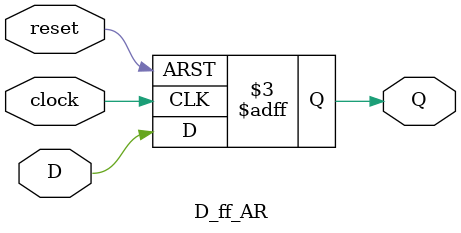
<source format=v>
module D_ff_AR(output reg Q, input D, clock, reset);
    always@ (posedge clock, negedge reset)
        if(reset == 0) Q <= 1'b0;
        else Q <= D;
endmodule
</source>
